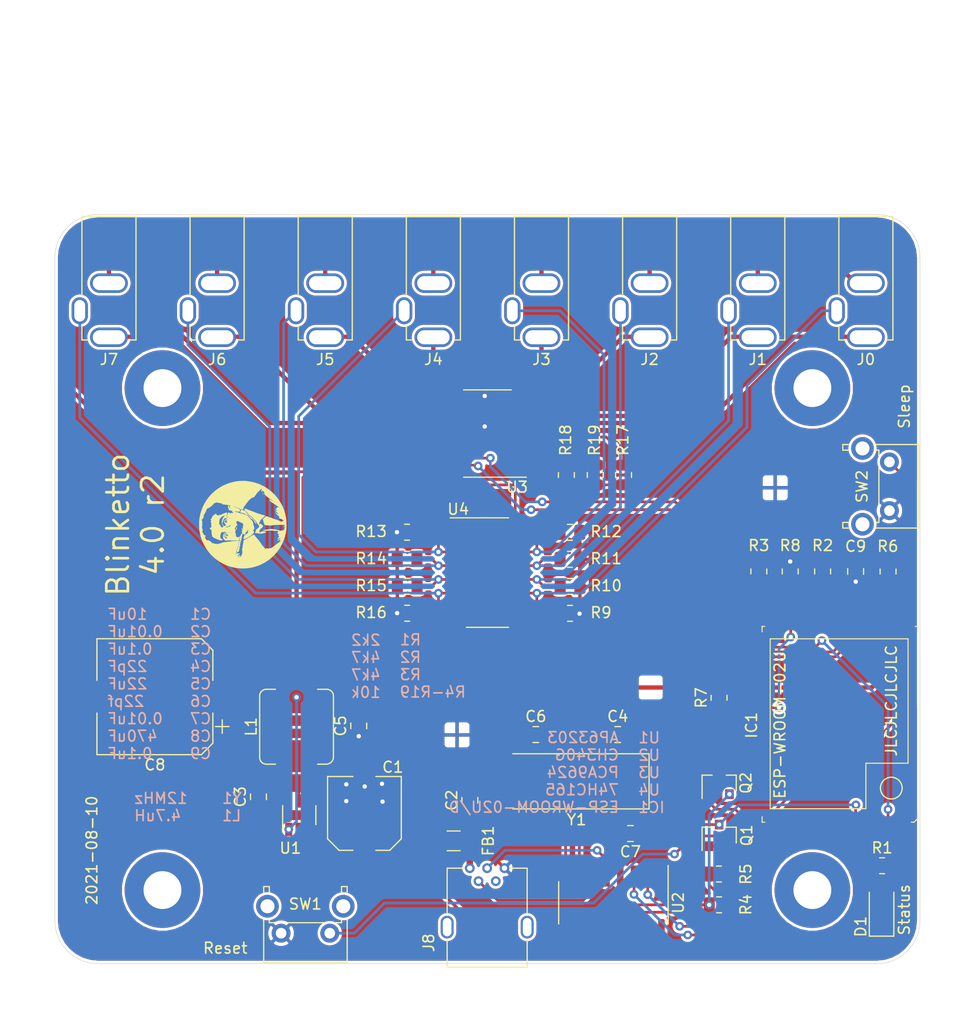
<source format=kicad_pcb>
(kicad_pcb (version 20171130) (host pcbnew "(5.1.10)-1")
  (layers (0 F.Cu signal) (31 B.Cu signal) (34 B.Paste user) (35 F.Paste user) (36 B.SilkS user) (37 F.SilkS user) (38 B.Mask user) (39 F.Mask user) (44 Edge.Cuts user))
  (net 0 "")
  (net 1 +3V3)
  (net 2 +5V)
  (net 3 /DTR)
  (net 4 /RST)
  (net 5 /RXD)
  (net 6 /TXD)
  (net 7 /IO0)
  (net 8 /USBD-)
  (net 9 /USBD+)
  (net 10 /I2C_SDA)
  (net 11 /I2C_CLK)
  (net 12 /RTS)
  (net 13 "Net-(Q1-Pad1)")
  (net 14 "Net-(Q2-Pad1)")
  (net 15 /DETECT_0)
  (net 16 /DETECT_1)
  (net 17 /DETECT_2)
  (net 18 /DETECT_3)
  (net 19 /DETECT_4)
  (net 20 /DETECT_5)
  (net 21 /DETECT_6)
  (net 22 /DETECT_7)
  (net 23 "Net-(IC1-Pad2)")
  (net 24 /LATCH_CLK)
  (net 25 /LATCH_TRIG)
  (net 26 "Net-(IC1-Pad6)")
  (net 27 /LATCH_DATA)
  (net 28 /LED0)
  (net 29 /LED1)
  (net 30 /LED2)
  (net 31 /LED3)
  (net 32 /LED4)
  (net 33 /LED5)
  (net 34 /LED6)
  (net 35 /LED7)
  (net 36 /STATUS)
  (net 37 /SLP_WAKE)
  (net 38 "Net-(C3-Pad2)")
  (net 39 "Net-(C4-Pad2)")
  (net 40 GNDREF)
  (net 41 "Net-(C2-Pad1)")
  (net 42 "Net-(C3-Pad1)")
  (net 43 "Net-(C6-Pad2)")
  (net 44 "Net-(C7-Pad2)")
  (net 45 "Net-(D1-Pad2)")
  (net 46 "Net-(R17-Pad2)")
  (net 47 "Net-(R18-Pad1)")
  (net 48 "Net-(R19-Pad1)")
  (module xrstf:Bourns_SRR0604_7.3x6.6mm (layer F.Cu) (at 130.35 102.7 90)
    (fp_text reference L1 (at 0 -4.2 90) (layer F.SilkS))
    (fp_text value 4.7uH)
    (pad 2 smd rect (at 2.725 0 90) (size 2.95 3.5) (layers F.Cu F.Paste F.Mask) (net 1 +3V3))
    (pad 1 smd rect (at -2.725 0 90) (size 2.95 3.5) (layers F.Cu F.Paste F.Mask) (net 38 "Net-(C3-Pad2)"))
  )
  (module xrstf:USB_BWM_MIniUSB_THT_reichelt (layer F.Cu) (at 144.275 124.925 90)
    (fp_text reference J8 (at 2.25 -1.7 90) (layer F.SilkS))
    (fp_text value USB_B_Mini)
    (pad SH1 thru_hole oval (at 3.7 7.4 90) (size 2.1 1.2) (drill oval 1.7 0.8) (layers *.Cu *.Mask))
    (pad 2 thru_hole circle (at 7.95 2.9 90) (size 0.9 0.9) (drill 0.5) (layers *.Cu *.Mask) (net 8 /USBD-))
    (pad 4 thru_hole circle (at 7.95 4.5 90) (size 0.9 0.9) (drill 0.5) (layers *.Cu *.Mask))
    (pad 5 thru_hole circle (at 9.15 5.3 90) (size 0.9 0.9) (drill 0.5) (layers *.Cu *.Mask) (net 40 GNDREF))
    (pad 3 thru_hole circle (at 9.15 3.7 90) (size 0.9 0.9) (drill 0.5) (layers *.Cu *.Mask) (net 9 /USBD+))
    (pad 1 thru_hole circle (at 9.15 2.094 90) (size 0.9 0.9) (drill 0.5) (layers *.Cu *.Mask) (net 41 "Net-(C2-Pad1)"))
    (pad SH1 thru_hole oval (at 3.7 0 90) (size 2.1 1.2) (drill oval 1.7 0.8) (layers *.Cu *.Mask))
  )
  (module xrstf:Lumberg_1613-26_BarrelJack (layer F.Cu) (at 113 56.55)
    (fp_text reference J7 (at 0 12.2) (layer F.SilkS))
    (fp_text value Barrel_Jack_Switch)
    (pad 1 thru_hole oval (at 0 10.15) (size 3.5 1.8) (drill oval 3 1.3) (layers *.Cu *.Mask) (net 35 /LED7))
    (pad 2 thru_hole oval (at 0 5.15) (size 3.5 1.8) (drill oval 3 1.3) (layers *.Cu *.Mask) (net 1 +3V3))
    (pad 3 thru_hole oval (at -2.7 7.7 90) (size 2.5 1.5) (drill oval 2 1) (layers *.Cu *.Mask) (net 22 /DETECT_7))
  )
  (module xrstf:Lumberg_1613-26_BarrelJack (layer F.Cu) (at 123 56.55)
    (fp_text reference J6 (at 0 12.2) (layer F.SilkS))
    (fp_text value Barrel_Jack_Switch)
    (pad 1 thru_hole oval (at 0 10.15) (size 3.5 1.8) (drill oval 3 1.3) (layers *.Cu *.Mask) (net 34 /LED6))
    (pad 2 thru_hole oval (at 0 5.15) (size 3.5 1.8) (drill oval 3 1.3) (layers *.Cu *.Mask) (net 1 +3V3))
    (pad 3 thru_hole oval (at -2.7 7.7 90) (size 2.5 1.5) (drill oval 2 1) (layers *.Cu *.Mask) (net 21 /DETECT_6))
  )
  (module xrstf:Lumberg_1613-26_BarrelJack (layer F.Cu) (at 133 56.55)
    (fp_text reference J5 (at 0 12.2) (layer F.SilkS))
    (fp_text value Barrel_Jack_Switch)
    (pad 1 thru_hole oval (at 0 10.15) (size 3.5 1.8) (drill oval 3 1.3) (layers *.Cu *.Mask) (net 33 /LED5))
    (pad 2 thru_hole oval (at 0 5.15) (size 3.5 1.8) (drill oval 3 1.3) (layers *.Cu *.Mask) (net 1 +3V3))
    (pad 3 thru_hole oval (at -2.7 7.7 90) (size 2.5 1.5) (drill oval 2 1) (layers *.Cu *.Mask) (net 20 /DETECT_5))
  )
  (module xrstf:Lumberg_1613-26_BarrelJack (layer F.Cu) (at 143 56.55)
    (fp_text reference J4 (at 0 12.2) (layer F.SilkS))
    (fp_text value Barrel_Jack_Switch)
    (pad 1 thru_hole oval (at 0 10.15) (size 3.5 1.8) (drill oval 3 1.3) (layers *.Cu *.Mask) (net 32 /LED4))
    (pad 2 thru_hole oval (at 0 5.15) (size 3.5 1.8) (drill oval 3 1.3) (layers *.Cu *.Mask) (net 1 +3V3))
    (pad 3 thru_hole oval (at -2.7 7.7 90) (size 2.5 1.5) (drill oval 2 1) (layers *.Cu *.Mask) (net 19 /DETECT_4))
  )
  (module xrstf:Lumberg_1613-26_BarrelJack (layer F.Cu) (at 153 56.55)
    (fp_text reference J3 (at 0 12.2) (layer F.SilkS))
    (fp_text value Barrel_Jack_Switch)
    (pad 1 thru_hole oval (at 0 10.15) (size 3.5 1.8) (drill oval 3 1.3) (layers *.Cu *.Mask) (net 31 /LED3))
    (pad 2 thru_hole oval (at 0 5.15) (size 3.5 1.8) (drill oval 3 1.3) (layers *.Cu *.Mask) (net 1 +3V3))
    (pad 3 thru_hole oval (at -2.7 7.7 90) (size 2.5 1.5) (drill oval 2 1) (layers *.Cu *.Mask) (net 18 /DETECT_3))
  )
  (module xrstf:Lumberg_1613-26_BarrelJack (layer F.Cu) (at 163 56.55)
    (fp_text reference J2 (at 0 12.2) (layer F.SilkS))
    (fp_text value Barrel_Jack_Switch)
    (pad 1 thru_hole oval (at 0 10.15) (size 3.5 1.8) (drill oval 3 1.3) (layers *.Cu *.Mask) (net 30 /LED2))
    (pad 2 thru_hole oval (at 0 5.15) (size 3.5 1.8) (drill oval 3 1.3) (layers *.Cu *.Mask) (net 1 +3V3))
    (pad 3 thru_hole oval (at -2.7 7.7 90) (size 2.5 1.5) (drill oval 2 1) (layers *.Cu *.Mask) (net 17 /DETECT_2))
  )
  (module xrstf:Lumberg_1613-26_BarrelJack (layer F.Cu) (at 173 56.55)
    (fp_text reference J1 (at 0 12.2) (layer F.SilkS))
    (fp_text value Barrel_Jack_Switch)
    (pad 1 thru_hole oval (at 0 10.15) (size 3.5 1.8) (drill oval 3 1.3) (layers *.Cu *.Mask) (net 29 /LED1))
    (pad 2 thru_hole oval (at 0 5.15) (size 3.5 1.8) (drill oval 3 1.3) (layers *.Cu *.Mask) (net 1 +3V3))
    (pad 3 thru_hole oval (at -2.7 7.7 90) (size 2.5 1.5) (drill oval 2 1) (layers *.Cu *.Mask) (net 16 /DETECT_1))
  )
  (module xrstf:Lumberg_1613-26_BarrelJack (layer F.Cu) (at 183 56.55)
    (fp_text reference J0 (at 0 12.2) (layer F.SilkS))
    (fp_text value Barrel_Jack_Switch)
    (pad 1 thru_hole oval (at 0 10.15) (size 3.5 1.8) (drill oval 3 1.3) (layers *.Cu *.Mask) (net 28 /LED0))
    (pad 2 thru_hole oval (at 0 5.15) (size 3.5 1.8) (drill oval 3 1.3) (layers *.Cu *.Mask) (net 1 +3V3))
    (pad 3 thru_hole oval (at -2.7 7.7 90) (size 2.5 1.5) (drill oval 2 1) (layers *.Cu *.Mask) (net 15 /DETECT_0))
  )
  (module xrstf:ESP-WROOM-02U (layer F.Cu) (at 180.55 101.875 270)
    (fp_text reference IC1 (at 0.695 8.13 90) (layer F.SilkS))
    (fp_text value ESP-WROOM-02U__4MB_)
    (fp_text user ESP-WROOM-02U (at 0.65 5.5 90) (layer F.SilkS))
    (pad 19 smd rect (at 0.95 1.8 270) (size 4 4) (layers F.Cu F.Paste F.Mask) (net 40 GNDREF))
    (pad 1 smd rect (at -8.9 -6 270) (size 1.5 0.9) (layers F.Cu F.Paste F.Mask) (net 1 +3V3))
    (pad 2 smd rect (at -8.9 -4.5 270) (size 1.5 0.9) (layers F.Cu F.Paste F.Mask) (net 23 "Net-(IC1-Pad2)"))
    (pad 3 smd rect (at -8.9 -3 270) (size 1.5 0.9) (layers F.Cu F.Paste F.Mask) (net 11 /I2C_CLK))
    (pad 4 smd rect (at -8.9 -1.5 270) (size 1.5 0.9) (layers F.Cu F.Paste F.Mask) (net 24 /LATCH_CLK))
    (pad 5 smd rect (at -8.9 0 270) (size 1.5 0.9) (layers F.Cu F.Paste F.Mask) (net 25 /LATCH_TRIG))
    (pad 6 smd rect (at -8.9 1.5 270) (size 1.5 0.9) (layers F.Cu F.Paste F.Mask) (net 26 "Net-(IC1-Pad6)"))
    (pad 7 smd rect (at -8.9 3 270) (size 1.5 0.9) (layers F.Cu F.Paste F.Mask) (net 10 /I2C_SDA))
    (pad 8 smd rect (at -8.9 4.5 270) (size 1.5 0.9) (layers F.Cu F.Paste F.Mask) (net 7 /IO0))
    (pad 9 smd rect (at -8.9 6 270) (size 1.5 0.9) (layers F.Cu F.Paste F.Mask) (net 40 GNDREF))
    (pad 18 smd rect (at 10.1 -6 270) (size 1.5 0.9) (layers F.Cu F.Paste F.Mask) (net 40 GNDREF))
    (pad 17 smd rect (at 10.1 -4.5 270) (size 1.5 0.9) (layers F.Cu F.Paste F.Mask) (net 27 /LATCH_DATA))
    (pad 16 smd rect (at 10.1 -3 270) (size 1.5 0.9) (layers F.Cu F.Paste F.Mask))
    (pad 15 smd rect (at 10.1 -1.5 270) (size 1.5 0.9) (layers F.Cu F.Paste F.Mask) (net 4 /RST))
    (pad 10 smd rect (at 10.1 6 270) (size 1.5 0.9) (layers F.Cu F.Paste F.Mask) (net 37 /SLP_WAKE))
    (pad 13 smd rect (at 10.1 1.5 270) (size 1.5 0.9) (layers F.Cu F.Paste F.Mask) (net 40 GNDREF))
    (pad 14 smd rect (at 10.1 0 270) (size 1.5 0.9) (layers F.Cu F.Paste F.Mask) (net 36 /STATUS))
    (pad 12 smd rect (at 10.1 3 270) (size 1.5 0.9) (layers F.Cu F.Paste F.Mask) (net 6 /TXD))
    (pad 11 smd rect (at 10.1 4.5 270) (size 1.5 0.9) (layers F.Cu F.Paste F.Mask) (net 5 /RXD))
  )
  (module xrstf:groucho (layer F.Cu) (at 125.37 84.026823 90)
    (fp_text reference G*** hide)
    (fp_text value LOGO hide)
  )
  (module Resistor_SMD:R_0805_2012Metric (layer F.Cu) (at 157.97 79.43 270)
    (fp_text reference R19 (at -3.22 0.0675 90) (layer F.SilkS))
    (fp_text value 10k)
    (pad 2 smd roundrect (at 0.9125 0 270) (size 1.025 1.4) (layers F.Cu F.Paste F.Mask) (roundrect_rratio 0.243902) (net 1 +3V3))
    (pad 1 smd roundrect (at -0.9125 0 270) (size 1.025 1.4) (layers F.Cu F.Paste F.Mask) (roundrect_rratio 0.243902) (net 48 "Net-(R19-Pad1)"))
  )
  (module Resistor_SMD:R_0805_2012Metric (layer F.Cu) (at 155.3 79.435 270)
    (fp_text reference R18 (at -3.225 0.0675 270) (layer F.SilkS))
    (fp_text value 10k)
    (pad 2 smd roundrect (at 0.9125 0 270) (size 1.025 1.4) (layers F.Cu F.Paste F.Mask) (roundrect_rratio 0.243902) (net 1 +3V3))
    (pad 1 smd roundrect (at -0.9125 0 270) (size 1.025 1.4) (layers F.Cu F.Paste F.Mask) (roundrect_rratio 0.243902) (net 47 "Net-(R18-Pad1)"))
  )
  (module Resistor_SMD:R_0805_2012Metric (layer F.Cu) (at 160.59 79.43 90)
    (fp_text reference R17 (at 3.22 -0.0675 90) (layer F.SilkS))
    (fp_text value 10k)
    (pad 2 smd roundrect (at 0.9125 0 90) (size 1.025 1.4) (layers F.Cu F.Paste F.Mask) (roundrect_rratio 0.243902) (net 46 "Net-(R17-Pad2)"))
    (pad 1 smd roundrect (at -0.9125 0 90) (size 1.025 1.4) (layers F.Cu F.Paste F.Mask) (roundrect_rratio 0.243902) (net 1 +3V3))
  )
  (module Resistor_SMD:R_0805_2012Metric (layer F.Cu) (at 140.58 92.21)
    (fp_text reference R16 (at -3.33 -0.0675) (layer F.SilkS))
    (fp_text value 10k)
    (pad 2 smd roundrect (at 0.9125 0) (size 1.025 1.4) (layers F.Cu F.Paste F.Mask) (roundrect_rratio 0.243902) (net 22 /DETECT_7))
    (pad 1 smd roundrect (at -0.9125 0) (size 1.025 1.4) (layers F.Cu F.Paste F.Mask) (roundrect_rratio 0.243902) (net 40 GNDREF))
  )
  (module Resistor_SMD:R_0805_2012Metric (layer F.Cu) (at 140.58 89.72)
    (fp_text reference R15 (at -3.33 -0.0675) (layer F.SilkS))
    (fp_text value 10k)
    (pad 2 smd roundrect (at 0.9125 0) (size 1.025 1.4) (layers F.Cu F.Paste F.Mask) (roundrect_rratio 0.243902) (net 21 /DETECT_6))
    (pad 1 smd roundrect (at -0.9125 0) (size 1.025 1.4) (layers F.Cu F.Paste F.Mask) (roundrect_rratio 0.243902) (net 40 GNDREF))
  )
  (module Resistor_SMD:R_0805_2012Metric (layer F.Cu) (at 140.5675 87.22)
    (fp_text reference R14 (at -3.3175 -0.0675) (layer F.SilkS))
    (fp_text value 10k)
    (pad 2 smd roundrect (at 0.9125 0) (size 1.025 1.4) (layers F.Cu F.Paste F.Mask) (roundrect_rratio 0.243902) (net 20 /DETECT_5))
    (pad 1 smd roundrect (at -0.9125 0) (size 1.025 1.4) (layers F.Cu F.Paste F.Mask) (roundrect_rratio 0.243902) (net 40 GNDREF))
  )
  (module Resistor_SMD:R_0805_2012Metric (layer F.Cu) (at 140.5675 84.72 180)
    (fp_text reference R13 (at 3.3175 0.0675) (layer F.SilkS))
    (fp_text value 10k)
    (pad 2 smd roundrect (at 0.9125 0 180) (size 1.025 1.4) (layers F.Cu F.Paste F.Mask) (roundrect_rratio 0.243902) (net 40 GNDREF))
    (pad 1 smd roundrect (at -0.9125 0 180) (size 1.025 1.4) (layers F.Cu F.Paste F.Mask) (roundrect_rratio 0.243902) (net 19 /DETECT_4))
  )
  (module Resistor_SMD:R_0805_2012Metric (layer F.Cu) (at 155.63 84.73 180)
    (fp_text reference R12 (at -3.35 0.0675) (layer F.SilkS))
    (fp_text value 10k)
    (pad 2 smd roundrect (at 0.9125 0 180) (size 1.025 1.4) (layers F.Cu F.Paste F.Mask) (roundrect_rratio 0.243902) (net 18 /DETECT_3))
    (pad 1 smd roundrect (at -0.9125 0 180) (size 1.025 1.4) (layers F.Cu F.Paste F.Mask) (roundrect_rratio 0.243902) (net 40 GNDREF))
  )
  (module Resistor_SMD:R_0805_2012Metric (layer F.Cu) (at 155.63 87.23 180)
    (fp_text reference R11 (at -3.35 0.0675) (layer F.SilkS))
    (fp_text value 10k)
    (pad 2 smd roundrect (at 0.9125 0 180) (size 1.025 1.4) (layers F.Cu F.Paste F.Mask) (roundrect_rratio 0.243902) (net 17 /DETECT_2))
    (pad 1 smd roundrect (at -0.9125 0 180) (size 1.025 1.4) (layers F.Cu F.Paste F.Mask) (roundrect_rratio 0.243902) (net 40 GNDREF))
  )
  (module Resistor_SMD:R_0805_2012Metric (layer F.Cu) (at 155.64 89.73 180)
    (fp_text reference R10 (at -3.34 0.0675) (layer F.SilkS))
    (fp_text value 10k)
    (pad 2 smd roundrect (at 0.9125 0 180) (size 1.025 1.4) (layers F.Cu F.Paste F.Mask) (roundrect_rratio 0.243902) (net 16 /DETECT_1))
    (pad 1 smd roundrect (at -0.9125 0 180) (size 1.025 1.4) (layers F.Cu F.Paste F.Mask) (roundrect_rratio 0.243902) (net 40 GNDREF))
  )
  (module Resistor_SMD:R_0805_2012Metric (layer F.Cu) (at 155.64 92.22)
    (fp_text reference R9 (at 2.863809 -0.0675) (layer F.SilkS))
    (fp_text value 10k)
    (pad 2 smd roundrect (at 0.9125 0) (size 1.025 1.4) (layers F.Cu F.Paste F.Mask) (roundrect_rratio 0.243902) (net 40 GNDREF))
    (pad 1 smd roundrect (at -0.9125 0) (size 1.025 1.4) (layers F.Cu F.Paste F.Mask) (roundrect_rratio 0.243902) (net 15 /DETECT_0))
  )
  (module Resistor_SMD:R_0805_2012Metric (layer F.Cu) (at 176 88.35 90)
    (fp_text reference R8 (at 2.4 0 180) (layer F.SilkS))
    (fp_text value 10k)
    (pad 2 smd roundrect (at 0.9125 0 90) (size 1.025 1.4) (layers F.Cu F.Paste F.Mask) (roundrect_rratio 0.243902) (net 40 GNDREF))
    (pad 1 smd roundrect (at -0.9125 0 90) (size 1.025 1.4) (layers F.Cu F.Paste F.Mask) (roundrect_rratio 0.243902) (net 26 "Net-(IC1-Pad6)"))
  )
  (module Resistor_SMD:R_0805_2012Metric (layer F.Cu) (at 169.42 100.025 90)
    (fp_text reference R7 (at 0 -1.65 90) (layer F.SilkS))
    (fp_text value 10k)
    (pad 2 smd roundrect (at 0.9125 0 90) (size 1.025 1.4) (layers F.Cu F.Paste F.Mask) (roundrect_rratio 0.243902) (net 1 +3V3))
    (pad 1 smd roundrect (at -0.9125 0 90) (size 1.025 1.4) (layers F.Cu F.Paste F.Mask) (roundrect_rratio 0.243902) (net 7 /IO0))
  )
  (module Resistor_SMD:R_0805_2012Metric (layer F.Cu) (at 185.05 88.35 90)
    (fp_text reference R6 (at 2.325 -0.025 180) (layer F.SilkS))
    (fp_text value 10k)
    (pad 2 smd roundrect (at 0.9125 0 90) (size 1.025 1.4) (layers F.Cu F.Paste F.Mask) (roundrect_rratio 0.243902) (net 1 +3V3))
    (pad 1 smd roundrect (at -0.9125 0 90) (size 1.025 1.4) (layers F.Cu F.Paste F.Mask) (roundrect_rratio 0.243902) (net 23 "Net-(IC1-Pad2)"))
  )
  (module Resistor_SMD:R_0805_2012Metric (layer F.Cu) (at 169.41 116.315 180)
    (fp_text reference R5 (at -2.49 -0.01 90) (layer F.SilkS))
    (fp_text value 10k)
    (pad 2 smd roundrect (at 0.9125 0 180) (size 1.025 1.4) (layers F.Cu F.Paste F.Mask) (roundrect_rratio 0.243902) (net 12 /RTS))
    (pad 1 smd roundrect (at -0.9125 0 180) (size 1.025 1.4) (layers F.Cu F.Paste F.Mask) (roundrect_rratio 0.243902) (net 14 "Net-(Q2-Pad1)"))
  )
  (module Resistor_SMD:R_0805_2012Metric (layer F.Cu) (at 169.42 119.165 180)
    (fp_text reference R4 (at -2.48 0.015 90) (layer F.SilkS))
    (fp_text value 10k)
    (pad 2 smd roundrect (at 0.9125 0 180) (size 1.025 1.4) (layers F.Cu F.Paste F.Mask) (roundrect_rratio 0.243902) (net 3 /DTR))
    (pad 1 smd roundrect (at -0.9125 0 180) (size 1.025 1.4) (layers F.Cu F.Paste F.Mask) (roundrect_rratio 0.243902) (net 13 "Net-(Q1-Pad1)"))
  )
  (module Resistor_SMD:R_0805_2012Metric (layer F.Cu) (at 173.1 88.35 90)
    (fp_text reference R3 (at 2.4 0 180) (layer F.SilkS))
    (fp_text value 4k7)
    (pad 2 smd roundrect (at 0.9125 0 90) (size 1.025 1.4) (layers F.Cu F.Paste F.Mask) (roundrect_rratio 0.243902) (net 1 +3V3))
    (pad 1 smd roundrect (at -0.9125 0 90) (size 1.025 1.4) (layers F.Cu F.Paste F.Mask) (roundrect_rratio 0.243902) (net 10 /I2C_SDA))
  )
  (module Resistor_SMD:R_0805_2012Metric (layer F.Cu) (at 179 88.35 90)
    (fp_text reference R2 (at 2.4 0 180) (layer F.SilkS))
    (fp_text value 4k7)
    (pad 2 smd roundrect (at 0.9125 0 90) (size 1.025 1.4) (layers F.Cu F.Paste F.Mask) (roundrect_rratio 0.243902) (net 1 +3V3))
    (pad 1 smd roundrect (at -0.9125 0 90) (size 1.025 1.4) (layers F.Cu F.Paste F.Mask) (roundrect_rratio 0.243902) (net 11 /I2C_CLK))
  )
  (module Resistor_SMD:R_0805_2012Metric (layer F.Cu) (at 184.5 115.55)
    (fp_text reference R1 (at 0 -1.65) (layer F.SilkS))
    (fp_text value 2k2)
    (pad 2 smd roundrect (at 0.9125 0) (size 1.025 1.4) (layers F.Cu F.Paste F.Mask) (roundrect_rratio 0.243902) (net 45 "Net-(D1-Pad2)"))
    (pad 1 smd roundrect (at -0.9125 0) (size 1.025 1.4) (layers F.Cu F.Paste F.Mask) (roundrect_rratio 0.243902) (net 36 /STATUS))
  )
  (module Capacitor_SMD:C_0805_2012Metric (layer F.Cu) (at 182.05 88.35 270)
    (fp_text reference C9 (at -2.325 0 180) (layer F.SilkS))
    (fp_text value 100nF)
    (pad 2 smd roundrect (at 0.95 0 270) (size 1 1.45) (layers F.Cu F.Paste F.Mask) (net 40 GNDREF))
    (pad 1 smd roundrect (at -0.95 0 270) (size 1 1.45) (layers F.Cu F.Paste F.Mask) (net 1 +3V3))
  )
  (module Capacitor_SMD:C_0805_2012Metric (layer F.Cu) (at 161.225 112.575 180)
    (fp_text reference C7 (at 0 -1.68) (layer F.SilkS))
    (fp_text value 10nF)
    (pad 2 smd roundrect (at 0.95 0 180) (size 1 1.45) (layers F.Cu F.Paste F.Mask) (net 44 "Net-(C7-Pad2)"))
    (pad 1 smd roundrect (at -0.95 0 180) (size 1 1.45) (layers F.Cu F.Paste F.Mask) (net 40 GNDREF))
  )
  (module Capacitor_SMD:C_0805_2012Metric (layer F.Cu) (at 152.475 103.425 180)
    (fp_text reference C6 (at 0 1.675) (layer F.SilkS))
    (fp_text value 22pF)
    (pad 2 smd roundrect (at 0.95 0 180) (size 1 1.45) (layers F.Cu F.Paste F.Mask) (net 43 "Net-(C6-Pad2)"))
    (pad 1 smd roundrect (at -0.95 0 180) (size 1 1.45) (layers F.Cu F.Paste F.Mask) (net 40 GNDREF))
  )
  (module Capacitor_SMD:C_0805_2012Metric (layer F.Cu) (at 136.1 102.625 90)
    (fp_text reference C5 (at 0 -1.68 90) (layer F.SilkS))
    (fp_text value 22uF)
    (pad 2 smd roundrect (at 0.95 0 90) (size 1 1.45) (layers F.Cu F.Paste F.Mask) (net 1 +3V3))
    (pad 1 smd roundrect (at -0.95 0 90) (size 1 1.45) (layers F.Cu F.Paste F.Mask) (net 40 GNDREF))
  )
  (module Capacitor_SMD:C_0805_2012Metric (layer F.Cu) (at 160.05 103.425)
    (fp_text reference C4 (at 0 -1.68) (layer F.SilkS))
    (fp_text value 22pF)
    (pad 2 smd roundrect (at 0.95 0) (size 1 1.45) (layers F.Cu F.Paste F.Mask) (net 39 "Net-(C4-Pad2)"))
    (pad 1 smd roundrect (at -0.95 0) (size 1 1.45) (layers F.Cu F.Paste F.Mask) (net 40 GNDREF))
  )
  (module Capacitor_SMD:C_0805_2012Metric (layer F.Cu) (at 126.825 109.175 90)
    (fp_text reference C3 (at 0 -1.68 90) (layer F.SilkS))
    (fp_text value 100nF)
    (pad 2 smd roundrect (at 0.95 0 90) (size 1 1.45) (layers F.Cu F.Paste F.Mask) (net 38 "Net-(C3-Pad2)"))
    (pad 1 smd roundrect (at -0.95 0 90) (size 1 1.45) (layers F.Cu F.Paste F.Mask) (net 42 "Net-(C3-Pad1)"))
  )
  (module Capacitor_SMD:C_0805_2012Metric (layer F.Cu) (at 146.375 109.5 90)
    (fp_text reference C2 (at 0 -1.68 90) (layer F.SilkS))
    (fp_text value 10nF)
    (pad 2 smd roundrect (at 0.95 0 90) (size 1 1.45) (layers F.Cu F.Paste F.Mask) (net 40 GNDREF))
    (pad 1 smd roundrect (at -0.95 0 90) (size 1 1.45) (layers F.Cu F.Paste F.Mask) (net 41 "Net-(C2-Pad1)"))
  )
  (module Crystal:Crystal_SMD_HC49-SD (layer F.Cu) (at 156.25 107.75 180)
    (fp_text reference Y1 (at 0 -3.55) (layer F.SilkS))
    (fp_text value "Crystal 12MHz")
    (pad 2 smd rect (at 4.25 0 180) (size 4.5 2) (layers F.Cu F.Paste F.Mask) (net 43 "Net-(C6-Pad2)"))
    (pad 1 smd rect (at -4.25 0 180) (size 4.5 2) (layers F.Cu F.Paste F.Mask) (net 39 "Net-(C4-Pad2)"))
  )
  (module Package_SO:SOIC-16_3.9x9.9mm_P1.27mm (layer F.Cu) (at 159.65 118.975 270)
    (fp_text reference U2 (at 0 -6 90) (layer F.SilkS))
    (fp_text value CH340G)
    (pad 16 smd roundrect (at 2.475 -4.445 270) (size 1.95 0.6) (layers F.Cu F.Paste F.Mask) (net 2 +5V))
    (pad 15 smd roundrect (at 2.475 -3.175 270) (size 1.95 0.6) (layers F.Cu F.Paste F.Mask))
    (pad 14 smd roundrect (at 2.475 -1.905 270) (size 1.95 0.6) (layers F.Cu F.Paste F.Mask) (net 12 /RTS))
    (pad 13 smd roundrect (at 2.475 -0.635 270) (size 1.95 0.6) (layers F.Cu F.Paste F.Mask) (net 3 /DTR))
    (pad 12 smd roundrect (at 2.475 0.635 270) (size 1.95 0.6) (layers F.Cu F.Paste F.Mask))
    (pad 11 smd roundrect (at 2.475 1.905 270) (size 1.95 0.6) (layers F.Cu F.Paste F.Mask))
    (pad 10 smd roundrect (at 2.475 3.175 270) (size 1.95 0.6) (layers F.Cu F.Paste F.Mask))
    (pad 9 smd roundrect (at 2.475 4.445 270) (size 1.95 0.6) (layers F.Cu F.Paste F.Mask))
    (pad 8 smd roundrect (at -2.475 4.445 270) (size 1.95 0.6) (layers F.Cu F.Paste F.Mask) (net 43 "Net-(C6-Pad2)"))
    (pad 7 smd roundrect (at -2.475 3.175 270) (size 1.95 0.6) (layers F.Cu F.Paste F.Mask) (net 39 "Net-(C4-Pad2)"))
    (pad 6 smd roundrect (at -2.475 1.905 270) (size 1.95 0.6) (layers F.Cu F.Paste F.Mask) (net 8 /USBD-))
    (pad 5 smd roundrect (at -2.475 0.635 270) (size 1.95 0.6) (layers F.Cu F.Paste F.Mask) (net 9 /USBD+))
    (pad 4 smd roundrect (at -2.475 -0.635 270) (size 1.95 0.6) (layers F.Cu F.Paste F.Mask) (net 44 "Net-(C7-Pad2)"))
    (pad 3 smd roundrect (at -2.475 -1.905 270) (size 1.95 0.6) (layers F.Cu F.Paste F.Mask) (net 6 /TXD))
    (pad 2 smd roundrect (at -2.475 -3.175 270) (size 1.95 0.6) (layers F.Cu F.Paste F.Mask) (net 5 /RXD))
    (pad 1 smd roundrect (at -2.475 -4.445 270) (size 1.95 0.6) (layers F.Cu F.Paste F.Mask) (net 40 GNDREF))
  )
  (module Package_SO:TSSOP-24_4.4x7.8mm_P0.65mm (layer F.Cu) (at 148 75.6 180)
    (fp_text reference U3 (at -2.75 -4.95) (layer F.SilkS))
    (fp_text value PCA9624_TSSOP)
    (pad 24 smd roundrect (at 2.8625 -3.575 180) (size 1.475 0.4) (layers F.Cu F.Paste F.Mask) (net 1 +3V3))
    (pad 23 smd roundrect (at 2.8625 -2.925 180) (size 1.475 0.4) (layers F.Cu F.Paste F.Mask) (net 10 /I2C_SDA))
    (pad 22 smd roundrect (at 2.8625 -2.275 180) (size 1.475 0.4) (layers F.Cu F.Paste F.Mask) (net 11 /I2C_CLK))
    (pad 21 smd roundrect (at 2.8625 -1.625 180) (size 1.475 0.4) (layers F.Cu F.Paste F.Mask) (net 40 GNDREF))
    (pad 20 smd roundrect (at 2.8625 -0.975 180) (size 1.475 0.4) (layers F.Cu F.Paste F.Mask) (net 40 GNDREF))
    (pad 19 smd roundrect (at 2.8625 -0.325 180) (size 1.475 0.4) (layers F.Cu F.Paste F.Mask) (net 40 GNDREF))
    (pad 18 smd roundrect (at 2.8625 0.325 180) (size 1.475 0.4) (layers F.Cu F.Paste F.Mask) (net 40 GNDREF))
    (pad 17 smd roundrect (at 2.8625 0.975 180) (size 1.475 0.4) (layers F.Cu F.Paste F.Mask) (net 35 /LED7))
    (pad 16 smd roundrect (at 2.8625 1.625 180) (size 1.475 0.4) (layers F.Cu F.Paste F.Mask) (net 34 /LED6))
    (pad 15 smd roundrect (at 2.8625 2.275 180) (size 1.475 0.4) (layers F.Cu F.Paste F.Mask) (net 33 /LED5))
    (pad 14 smd roundrect (at 2.8625 2.925 180) (size 1.475 0.4) (layers F.Cu F.Paste F.Mask) (net 32 /LED4))
    (pad 13 smd roundrect (at 2.8625 3.575 180) (size 1.475 0.4) (layers F.Cu F.Paste F.Mask) (net 40 GNDREF))
    (pad 12 smd roundrect (at -2.8625 3.575 180) (size 1.475 0.4) (layers F.Cu F.Paste F.Mask) (net 40 GNDREF))
    (pad 11 smd roundrect (at -2.8625 2.925 180) (size 1.475 0.4) (layers F.Cu F.Paste F.Mask) (net 31 /LED3))
    (pad 10 smd roundrect (at -2.8625 2.275 180) (size 1.475 0.4) (layers F.Cu F.Paste F.Mask) (net 30 /LED2))
    (pad 9 smd roundrect (at -2.8625 1.625 180) (size 1.475 0.4) (layers F.Cu F.Paste F.Mask) (net 29 /LED1))
    (pad 8 smd roundrect (at -2.8625 0.975 180) (size 1.475 0.4) (layers F.Cu F.Paste F.Mask) (net 28 /LED0))
    (pad 7 smd roundrect (at -2.8625 0.325 180) (size 1.475 0.4) (layers F.Cu F.Paste F.Mask) (net 40 GNDREF))
    (pad 6 smd roundrect (at -2.8625 -0.325 180) (size 1.475 0.4) (layers F.Cu F.Paste F.Mask) (net 46 "Net-(R17-Pad2)"))
    (pad 5 smd roundrect (at -2.8625 -0.975 180) (size 1.475 0.4) (layers F.Cu F.Paste F.Mask) (net 40 GNDREF))
    (pad 4 smd roundrect (at -2.8625 -1.625 180) (size 1.475 0.4) (layers F.Cu F.Paste F.Mask) (net 48 "Net-(R19-Pad1)"))
    (pad 3 smd roundrect (at -2.8625 -2.275 180) (size 1.475 0.4) (layers F.Cu F.Paste F.Mask) (net 40 GNDREF))
    (pad 2 smd roundrect (at -2.8625 -2.925 180) (size 1.475 0.4) (layers F.Cu F.Paste F.Mask) (net 47 "Net-(R18-Pad1)"))
    (pad 1 smd roundrect (at -2.8625 -3.575 180) (size 1.475 0.4) (layers F.Cu F.Paste F.Mask) (net 40 GNDREF))
  )
  (module MountingHole:MountingHole_3.5mm_Pad (layer F.Cu) (at 178.05 71.4)
    (fp_text reference REF** hide)
    (fp_text value MountingHole_3.5mm_Pad hide)
    (pad 1 thru_hole circle (at 0 0) (size 7 7) (drill 3.5) (layers *.Cu *.Mask))
  )
  (module MountingHole:MountingHole_3.5mm_Pad (layer F.Cu) (at 178.05 117.8)
    (fp_text reference REF** hide)
    (fp_text value MountingHole_3.5mm_Pad hide)
    (pad 1 thru_hole circle (at 0 0) (size 7 7) (drill 3.5) (layers *.Cu *.Mask))
  )
  (module MountingHole:MountingHole_3.5mm_Pad (layer F.Cu) (at 117.95 117.8)
    (fp_text reference REF** hide)
    (fp_text value MountingHole_3.5mm_Pad hide)
    (pad 1 thru_hole circle (at 0 0) (size 7 7) (drill 3.5) (layers *.Cu *.Mask))
  )
  (module MountingHole:MountingHole_3.5mm_Pad (layer F.Cu) (at 117.95 71.4)
    (fp_text reference REF** hide)
    (fp_text value MountingHole_3.5mm_Pad hide)
    (pad 1 thru_hole circle (at 0 0) (size 7 7) (drill 3.5) (layers *.Cu *.Mask))
  )
  (module Button_Switch_THT:SW_Tactile_SPST_Angled_PTS645Vx83-2LFS (layer F.Cu) (at 133.42 121.785 180)
    (fp_text reference SW1 (at 2.26 2.695) (layer F.SilkS))
    (fp_text value SW_SPST)
    (pad "" thru_hole circle (at -1.25 2.49 180) (size 2.1 2.1) (drill 1.3) (layers *.Cu *.Mask))
    (pad 1 thru_hole circle (at 0 0 180) (size 1.75 1.75) (drill 0.99) (layers *.Cu *.Mask) (net 4 /RST))
    (pad 2 thru_hole circle (at 4.5 0 180) (size 1.75 1.75) (drill 0.99) (layers *.Cu *.Mask) (net 40 GNDREF))
    (pad "" thru_hole circle (at 5.76 2.49 180) (size 2.1 2.1) (drill 1.3) (layers *.Cu *.Mask))
  )
  (module Capacitor_SMD:CP_Elec_10x12.5 (layer F.Cu) (at 117.25 99.925 180)
    (fp_text reference C8 (at 0 -6.3) (layer F.SilkS))
    (fp_text value 470uF)
    (pad 2 smd roundrect (at 4.2 0 180) (size 4.4 2.5) (layers F.Cu F.Paste F.Mask) (roundrect_rratio 0.1) (net 40 GNDREF))
    (pad 1 smd roundrect (at -4.2 0 180) (size 4.4 2.5) (layers F.Cu F.Paste F.Mask) (roundrect_rratio 0.1) (net 1 +3V3))
  )
  (module Inductor_SMD:L_1206_3216Metric_Pad1.42x1.75mm_HandSolder (layer F.Cu) (at 144.875 113.25 180)
    (fp_text reference FB1 (at -3.2 0 270) (layer F.SilkS))
    (fp_text value Ferrite_Bead)
    (pad 2 smd roundrect (at 1.4875 0 180) (size 1.425 1.75) (layers F.Cu F.Paste F.Mask) (roundrect_rratio 0.175439) (net 2 +5V))
    (pad 1 smd roundrect (at -1.4875 0 180) (size 1.425 1.75) (layers F.Cu F.Paste F.Mask) (roundrect_rratio 0.175439) (net 41 "Net-(C2-Pad1)"))
  )
  (module LED_SMD:LED_1206_3216Metric_Pad1.42x1.75mm_HandSolder (layer F.Cu) (at 184.45 119.6 90)
    (fp_text reference D1 (at -1.575 -1.925 270) (layer F.SilkS))
    (fp_text value STATUS)
    (pad 2 smd roundrect (at 1.4875 0 90) (size 1.425 1.75) (layers F.Cu F.Paste F.Mask) (roundrect_rratio 0.175439) (net 45 "Net-(D1-Pad2)"))
    (pad 1 smd roundrect (at -1.4875 0 90) (size 1.425 1.75) (layers F.Cu F.Paste F.Mask) (roundrect_rratio 0.175439) (net 40 GNDREF))
  )
  (module Package_TO_SOT_SMD:SOT-23 (layer F.Cu) (at 169.43 112.745 90)
    (fp_text reference Q1 (at 0 2.55 270) (layer F.SilkS))
    (fp_text value Q_NPN_BEC)
    (pad 3 smd rect (at 1 0 90) (size 0.9 0.8) (layers F.Cu F.Paste F.Mask) (net 4 /RST))
    (pad 2 smd rect (at -1 0.95 90) (size 0.9 0.8) (layers F.Cu F.Paste F.Mask) (net 12 /RTS))
    (pad 1 smd rect (at -1 -0.95 90) (size 0.9 0.8) (layers F.Cu F.Paste F.Mask) (net 13 "Net-(Q1-Pad1)"))
  )
  (module Package_TO_SOT_SMD:SOT-23 (layer F.Cu) (at 169.43 107.935 90)
    (fp_text reference Q2 (at 0.035 2.47 90) (layer F.SilkS))
    (fp_text value Q_NPN_BEC)
    (pad 3 smd rect (at 1 0 90) (size 0.9 0.8) (layers F.Cu F.Paste F.Mask) (net 7 /IO0))
    (pad 2 smd rect (at -1 0.95 90) (size 0.9 0.8) (layers F.Cu F.Paste F.Mask) (net 3 /DTR))
    (pad 1 smd rect (at -1 -0.95 90) (size 0.9 0.8) (layers F.Cu F.Paste F.Mask) (net 14 "Net-(Q2-Pad1)"))
  )
  (module Package_SO:SO-16_3.9x9.9mm_P1.27mm (layer F.Cu) (at 148 88.45)
    (fp_text reference U4 (at -2.7 -5.85) (layer F.SilkS))
    (fp_text value 74HC165)
    (pad 16 smd roundrect (at 2.575 -4.445) (size 1.75 0.6) (layers F.Cu F.Paste F.Mask) (net 1 +3V3))
    (pad 15 smd roundrect (at 2.575 -3.175) (size 1.75 0.6) (layers F.Cu F.Paste F.Mask) (net 40 GNDREF))
    (pad 14 smd roundrect (at 2.575 -1.905) (size 1.75 0.6) (layers F.Cu F.Paste F.Mask) (net 18 /DETECT_3))
    (pad 13 smd roundrect (at 2.575 -0.635) (size 1.75 0.6) (layers F.Cu F.Paste F.Mask) (net 17 /DETECT_2))
    (pad 12 smd roundrect (at 2.575 0.635) (size 1.75 0.6) (layers F.Cu F.Paste F.Mask) (net 16 /DETECT_1))
    (pad 11 smd roundrect (at 2.575 1.905) (size 1.75 0.6) (layers F.Cu F.Paste F.Mask) (net 15 /DETECT_0))
    (pad 10 smd roundrect (at 2.575 3.175) (size 1.75 0.6) (layers F.Cu F.Paste F.Mask) (net 40 GNDREF))
    (pad 9 smd roundrect (at 2.575 4.445) (size 1.75 0.6) (layers F.Cu F.Paste F.Mask) (net 27 /LATCH_DATA))
    (pad 8 smd roundrect (at -2.575 4.445) (size 1.75 0.6) (layers F.Cu F.Paste F.Mask) (net 40 GNDREF))
    (pad 7 smd roundrect (at -2.575 3.175) (size 1.75 0.6) (layers F.Cu F.Paste F.Mask))
    (pad 6 smd roundrect (at -2.575 1.905) (size 1.75 0.6) (layers F.Cu F.Paste F.Mask) (net 22 /DETECT_7))
    (pad 5 smd roundrect (at -2.575 0.635) (size 1.75 0.6) (layers F.Cu F.Paste F.Mask) (net 21 /DETECT_6))
    (pad 4 smd roundrect (at -2.575 -0.635) (size 1.75 0.6) (layers F.Cu F.Paste F.Mask) (net 20 /DETECT_5))
    (pad 3 smd roundrect (at -2.575 -1.905) (size 1.75 0.6) (layers F.Cu F.Paste F.Mask) (net 19 /DETECT_4))
    (pad 2 smd roundrect (at -2.575 -3.175) (size 1.75 0.6) (layers F.Cu F.Paste F.Mask) (net 24 /LATCH_CLK))
    (pad 1 smd roundrect (at -2.575 -4.445) (size 1.75 0.6) (layers F.Cu F.Paste F.Mask) (net 25 /LATCH_TRIG))
  )
  (module Button_Switch_THT:SW_Tactile_SPST_Angled_PTS645Vx83-2LFS (layer F.Cu) (at 185.175 78.225 270)
    (fp_text reference SW2 (at 2.265 2.535 90) (layer F.SilkS))
    (fp_text value SW_SPST)
    (pad "" thru_hole circle (at -1.25 2.49 270) (size 2.1 2.1) (drill 1.3) (layers *.Cu *.Mask))
    (pad 1 thru_hole circle (at 0 0 270) (size 1.75 1.75) (drill 0.99) (layers *.Cu *.Mask) (net 37 /SLP_WAKE))
    (pad 2 thru_hole circle (at 4.5 0 270) (size 1.75 1.75) (drill 0.99) (layers *.Cu *.Mask) (net 40 GNDREF))
    (pad "" thru_hole circle (at 5.76 2.49 270) (size 2.1 2.1) (drill 1.3) (layers *.Cu *.Mask))
  )
  (module Capacitor_SMD:C_Elec_6.3x5.8 (layer F.Cu) (at 136.625 110.7125 90)
    (fp_text reference C1 (at 4.275 2.625 180) (layer F.SilkS))
    (fp_text value 10uF)
    (pad 2 smd roundrect (at 2.5375 0 90) (size 3.325 1.6) (layers F.Cu F.Paste F.Mask) (roundrect_rratio 0.15625) (net 40 GNDREF))
    (pad 1 smd roundrect (at -2.5375 0 90) (size 3.325 1.6) (layers F.Cu F.Paste F.Mask) (roundrect_rratio 0.15625) (net 2 +5V))
  )
  (module Package_TO_SOT_SMD:TSOT-23-6 (layer F.Cu) (at 130.575 110.875 90)
    (fp_text reference U1 (at -3.05 -0.8 180) (layer F.SilkS))
    (fp_text value AP63203)
    (pad 6 smd rect (at 1.31 -0.95 90) (size 1.22 0.65) (layers F.Cu F.Paste F.Mask) (net 42 "Net-(C3-Pad1)"))
    (pad 5 smd rect (at 1.31 0 90) (size 1.22 0.65) (layers F.Cu F.Paste F.Mask) (net 38 "Net-(C3-Pad2)"))
    (pad 4 smd rect (at 1.31 0.95 90) (size 1.22 0.65) (layers F.Cu F.Paste F.Mask) (net 40 GNDREF))
    (pad 3 smd rect (at -1.31 0.95 90) (size 1.22 0.65) (layers F.Cu F.Paste F.Mask) (net 2 +5V))
    (pad 2 smd rect (at -1.31 0 90) (size 1.22 0.65) (layers F.Cu F.Paste F.Mask) (net 2 +5V))
    (pad 1 smd rect (at -1.31 -0.95 90) (size 1.22 0.65) (layers F.Cu F.Paste F.Mask) (net 1 +3V3))
  )
  (gr_text "AP63203\nCH340G\nPCA9624\n74HC165\nESP-WROOM-02U/D" (at 160.25 106.92) (layer B.SilkS) (effects (font (size 1 1)) (justify left mirror)))
  (gr_text "U1\nU2\nU3\nU4\nIC1" (at 161.86 106.94) (layer B.SilkS) (effects (font (size 1 1)) (justify right mirror)))
  (gr_text "12MHz\n4.7uH" (at 115.25 110.12) (layer B.SilkS) (effects (font (size 1 1)) (justify right mirror)))
  (gr_text "Y1\nL1" (at 123.36 110.12) (layer B.SilkS) (effects (font (size 1 1)) (justify right mirror)))
  (gr_text "2k2\n4k7\n4k7\n10k" (at 135.3 97.11) (layer B.SilkS) (effects (font (size 1 1)) (justify right mirror)))
  (gr_text "R1\nR2\nR3\nR4-R19" (at 139.8 97.08) (layer B.SilkS) (effects (font (size 1 1)) (justify right mirror)))
  (gr_text "10uF\n0.01uF\n0.1uF\n22pF\n22uF\n22pf\n0.01uF\n470uF\n0.1uF" (at 112.78 98.74) (layer B.SilkS) (effects (font (size 1 1)) (justify right mirror)))
  (gr_text "C1\nC2\nC3\nC4\nC5\nC6\nC7\nC8\nC9" (at 120.4 98.74) (layer B.SilkS) (effects (font (size 1 1)) (justify right mirror)))
  (gr_text Sleep (at 186.55 73.095 90) (layer F.SilkS) (effects (font (size 1 1))))
  (gr_text Reset (at 123.76 123.165) (layer F.SilkS) (effects (font (size 1 1))))
  (gr_text Status (at 186.55 119.6225 90) (layer F.SilkS) (effects (font (size 1 1))))
  (gr_text 2021-08-10 (at 111.42 114.125 90) (layer F.SilkS) (effects (font (size 1 1))))
  (gr_text "Blinketto\n4.0 r2" (at 115.45 84.025 90) (layer F.SilkS) (effects (font (size 2 2) (thickness 0.25))))
  (gr_text JLCJLCJLCJLC (at 185.35 100.3 90) (layer F.SilkS) (effects (font (size 1 1))))
  (gr_arc (start 184 59.35) (end 188 59.35) (angle -90) (layer Edge.Cuts) (width 0.05))
  (gr_arc (start 184 120.6) (end 184 124.6) (angle -90) (layer Edge.Cuts) (width 0.05))
  (gr_arc (start 112 120.6) (end 108 120.6) (angle -90) (layer Edge.Cuts) (width 0.05))
  (gr_arc (start 112 59.35) (end 112 55.35) (angle -90) (layer Edge.Cuts) (width 0.05))
  (gr_line (start 108 120.6) (end 108 59.35) (layer Edge.Cuts) (width 0.05))
  (gr_line (start 184 124.6) (end 112 124.6) (layer Edge.Cuts) (width 0.05))
  (gr_line (start 188 59.35) (end 188 120.6) (layer Edge.Cuts) (width 0.05))
  (gr_line (start 112 55.35) (end 184 55.35) (layer Edge.Cuts) (width 0.05))
  (via (at 130.35 99.975) (size 0.8) (drill 0.4) (layers F.Cu B.Cu) (net 1))
  (via (at 129.625 112.185) (size 0.8) (drill 0.4) (layers F.Cu B.Cu) (net 1))
  (segment (start 130.35 111.46) (end 129.625 112.185) (width 0.25) (layer B.Cu) (net 1))
  (segment (start 130.35 99.975) (end 130.35 111.46) (width 0.25) (layer B.Cu) (net 1))
  (segment (start 131.25 99.075) (end 130.35 99.975) (width 0.25) (layer F.Cu) (net 1))
  (segment (start 130.3 99.925) (end 130.35 99.975) (width 0.25) (layer F.Cu) (net 1))
  (segment (start 121.45 99.925) (end 130.3 99.925) (width 0.5) (layer F.Cu) (net 1))
  (segment (start 183.55 99.075) (end 156.7 99.075) (width 0.4) (layer F.Cu) (net 1))
  (segment (start 186.55 96.075) (end 183.55 99.075) (width 0.4) (layer F.Cu) (net 1))
  (segment (start 186.55 92.975) (end 186.55 96.075) (width 0.4) (layer F.Cu) (net 1))
  (segment (start 154.18 99.075) (end 131.25 99.075) (width 0.4) (layer F.Cu) (net 1))
  (segment (start 156.7 99.075) (end 154.18 99.075) (width 0.4) (layer F.Cu) (net 1))
  (segment (start 173 61.75) (end 173 59.55) (width 0.4) (layer F.Cu) (net 1))
  (segment (start 163 59.65) (end 163.1 59.55) (width 0.25) (layer F.Cu) (net 1))
  (segment (start 163 61.75) (end 163 59.65) (width 0.4) (layer F.Cu) (net 1))
  (segment (start 173 59.55) (end 163.1 59.55) (width 0.4) (layer F.Cu) (net 1))
  (segment (start 153 61.75) (end 153 59.55) (width 0.4) (layer F.Cu) (net 1))
  (segment (start 163.1 59.55) (end 153 59.55) (width 0.4) (layer F.Cu) (net 1))
  (segment (start 143 61.75) (end 143 59.55) (width 0.4) (layer F.Cu) (net 1))
  (segment (start 153 59.55) (end 143 59.55) (width 0.4) (layer F.Cu) (net 1))
  (segment (start 133 61.75) (end 133 59.55) (width 0.4) (layer F.Cu) (net 1))
  (segment (start 143 59.55) (end 133 59.55) (width 0.4) (layer F.Cu) (net 1))
  (segment (start 123 61.75) (end 123 59.55) (width 0.4) (layer F.Cu) (net 1))
  (segment (start 133 59.55) (end 123 59.55) (width 0.4) (layer F.Cu) (net 1))
  (segment (start 113 61.75) (end 113 59.55) (width 0.4) (layer F.Cu) (net 1))
  (segment (start 123 59.55) (end 113 59.55) (width 0.4) (layer F.Cu) (net 1))
  (segment (start 179.9 59.55) (end 173 59.55) (width 0.4) (layer F.Cu) (net 1))
  (segment (start 182.1 61.75) (end 179.9 59.55) (width 0.4) (layer F.Cu) (net 1))
  (segment (start 183 61.75) (end 182.1 61.75) (width 0.4) (layer F.Cu) (net 1))
  (segment (start 186.55 87.775) (end 186.55 92.975) (width 0.25) (layer F.Cu) (net 1))
  (segment (start 186.2125 87.4375) (end 186.55 87.775) (width 0.25) (layer F.Cu) (net 1))
  (segment (start 185.05 87.4375) (end 186.2125 87.4375) (width 0.25) (layer F.Cu) (net 1))
  (segment (start 145.1375 79.9675) (end 145.1375 79.175) (width 0.25) (layer F.Cu) (net 1))
  (segment (start 145.5175 80.3475) (end 145.1375 79.9675) (width 0.25) (layer F.Cu) (net 1))
  (segment (start 150.575 80.405) (end 150.6325 80.3475) (width 0.25) (layer F.Cu) (net 1))
  (segment (start 150.575 84.005) (end 150.575 80.405) (width 0.25) (layer F.Cu) (net 1))
  (segment (start 150.6325 80.3475) (end 145.5175 80.3475) (width 0.25) (layer F.Cu) (net 1))
  (segment (start 155.3 80.3475) (end 150.6325 80.3475) (width 0.25) (layer F.Cu) (net 1))
  (segment (start 157.965 80.3475) (end 157.97 80.3425) (width 0.25) (layer F.Cu) (net 1))
  (segment (start 155.3 80.3475) (end 157.965 80.3475) (width 0.25) (layer F.Cu) (net 1))
  (segment (start 157.97 80.3425) (end 160.59 80.3425) (width 0.25) (layer F.Cu) (net 1))
  (segment (start 182.0875 87.4375) (end 182.05 87.4) (width 0.25) (layer F.Cu) (net 1))
  (segment (start 185.05 87.4375) (end 182.0875 87.4375) (width 0.25) (layer F.Cu) (net 1))
  (segment (start 182.0125 87.4375) (end 182.05 87.4) (width 0.25) (layer F.Cu) (net 1))
  (segment (start 179 87.4375) (end 182.0125 87.4375) (width 0.25) (layer F.Cu) (net 1))
  (segment (start 179 86.45) (end 179 87.4375) (width 0.25) (layer F.Cu) (net 1))
  (segment (start 178.23 85.68) (end 179 86.45) (width 0.25) (layer F.Cu) (net 1))
  (segment (start 173.89 85.68) (end 178.23 85.68) (width 0.25) (layer F.Cu) (net 1))
  (segment (start 173.1 86.47) (end 173.89 85.68) (width 0.25) (layer F.Cu) (net 1))
  (segment (start 173.1 87.4375) (end 173.1 86.47) (width 0.25) (layer F.Cu) (net 1))
  (segment (start 108.5 61.45) (end 108.5 70.55) (width 0.4) (layer F.Cu) (net 1))
  (segment (start 110.4 59.55) (end 108.5 61.45) (width 0.4) (layer F.Cu) (net 1))
  (segment (start 108.5 70.55) (end 117.15 79.2) (width 0.4) (layer F.Cu) (net 1))
  (segment (start 113 59.55) (end 110.4 59.55) (width 0.4) (layer F.Cu) (net 1))
  (segment (start 130.35 94.175) (end 130.35 99.975) (width 0.4) (layer F.Cu) (net 1))
  (segment (start 130.35 79.34) (end 130.35 94.175) (width 0.4) (layer F.Cu) (net 1))
  (segment (start 130.21 79.2) (end 130.35 79.34) (width 0.4) (layer F.Cu) (net 1))
  (segment (start 117.15 79.2) (end 130.21 79.2) (width 0.4) (layer F.Cu) (net 1))
  (segment (start 130.21 79.2) (end 130.35 79.2) (width 0.25) (layer F.Cu) (net 1))
  (segment (start 130.35 79.2) (end 130.375 79.175) (width 0.25) (layer F.Cu) (net 1))
  (segment (start 130.28 79.13) (end 130.21 79.2) (width 0.25) (layer F.Cu) (net 1))
  (segment (start 145.0925 79.13) (end 130.28 79.13) (width 0.25) (layer F.Cu) (net 1))
  (segment (start 145.1375 79.175) (end 145.0925 79.13) (width 0.25) (layer F.Cu) (net 1))
  (segment (start 130.575 112.185) (end 131.525 112.185) (width 0.25) (layer F.Cu) (net 2))
  (segment (start 164.095 122.705) (end 164.095 121.45) (width 0.3) (layer F.Cu) (net 2))
  (segment (start 163.625 123.175) (end 164.095 122.705) (width 0.3) (layer F.Cu) (net 2))
  (segment (start 148.925 123.175) (end 163.625 123.175) (width 0.3) (layer F.Cu) (net 2))
  (segment (start 143.5 117.75) (end 148.925 123.175) (width 0.3) (layer F.Cu) (net 2))
  (segment (start 143.5 113.3625) (end 143.5 117.75) (width 0.3) (layer F.Cu) (net 2))
  (via (at 170.38 108.935) (size 0.8) (drill 0.4) (layers F.Cu B.Cu) (net 3))
  (via (at 168.507534 119.165) (size 0.8) (drill 0.4) (layers F.Cu B.Cu) (net 3))
  (segment (start 161.31 119.165) (end 168.507534 119.165) (width 0.25) (layer F.Cu) (net 3))
  (segment (start 160.285 120.19) (end 161.31 119.165) (width 0.25) (layer F.Cu) (net 3))
  (segment (start 160.285 121.45) (end 160.285 120.19) (width 0.25) (layer F.Cu) (net 3))
  (segment (start 168.507534 110.817466) (end 168.507534 119.165) (width 0.25) (layer B.Cu) (net 3))
  (segment (start 170.38 108.945) (end 168.507534 110.817466) (width 0.25) (layer B.Cu) (net 3))
  (segment (start 170.38 108.935) (end 170.38 108.945) (width 0.25) (layer B.Cu) (net 3))
  (via (at 169.43 111.745) (size 0.8) (drill 0.4) (layers F.Cu B.Cu) (net 4))
  (segment (start 169.66 111.975) (end 169.43 111.745) (width 0.25) (layer B.Cu) (net 4))
  (via (at 182.075 109.925) (size 0.8) (drill 0.4) (layers F.Cu B.Cu) (net 4))
  (segment (start 182.05 109.95) (end 182.075 109.925) (width 0.25) (layer F.Cu) (net 4))
  (segment (start 182.05 111.975) (end 182.05 109.95) (width 0.25) (layer F.Cu) (net 4))
  (segment (start 171.25 109.925) (end 169.43 111.745) (width 0.25) (layer B.Cu) (net 4))
  (segment (start 182.075 109.925) (end 171.25 109.925) (width 0.25) (layer B.Cu) (net 4))
  (via (at 165.3 114.475) (size 0.8) (drill 0.4) (layers F.Cu B.Cu) (net 4))
  (segment (start 162.35 114.475) (end 165.3 114.475) (width 0.25) (layer B.Cu) (net 4))
  (segment (start 157.825 119) (end 162.35 114.475) (width 0.25) (layer B.Cu) (net 4))
  (segment (start 138.475 119) (end 157.825 119) (width 0.25) (layer B.Cu) (net 4))
  (segment (start 135.69 121.785) (end 138.475 119) (width 0.25) (layer B.Cu) (net 4))
  (segment (start 133.42 121.785) (end 135.69 121.785) (width 0.25) (layer B.Cu) (net 4))
  (segment (start 165.325 114.475) (end 165.3 114.475) (width 0.25) (layer F.Cu) (net 4))
  (segment (start 168.055 111.745) (end 165.325 114.475) (width 0.25) (layer F.Cu) (net 4))
  (segment (start 169.43 111.745) (end 168.055 111.745) (width 0.25) (layer F.Cu) (net 4))
  (via (at 162.825 118.224998) (size 0.8) (drill 0.4) (layers F.Cu B.Cu) (net 5))
  (segment (start 162.825 116.5) (end 162.825 118.224998) (width 0.25) (layer F.Cu) (net 5))
  (segment (start 165.750002 121.15) (end 165.775 121.15) (width 0.25) (layer B.Cu) (net 5))
  (via (at 165.775 121.15) (size 0.8) (drill 0.4) (layers F.Cu B.Cu) (net 5))
  (segment (start 162.825 118.224998) (end 165.750002 121.15) (width 0.25) (layer B.Cu) (net 5))
  (segment (start 170.975 121.15) (end 165.775 121.15) (width 0.25) (layer F.Cu) (net 5))
  (segment (start 172.925 119.2) (end 170.975 121.15) (width 0.25) (layer F.Cu) (net 5))
  (segment (start 172.925 116.075) (end 172.925 119.2) (width 0.25) (layer F.Cu) (net 5))
  (segment (start 176.05 112.95) (end 172.925 116.075) (width 0.25) (layer F.Cu) (net 5))
  (segment (start 176.05 111.975) (end 176.05 112.95) (width 0.25) (layer F.Cu) (net 5))
  (via (at 161.55 118.2) (size 0.8) (drill 0.4) (layers F.Cu B.Cu) (net 6))
  (segment (start 161.555 116.5) (end 161.555 118.195) (width 0.25) (layer F.Cu) (net 6))
  (segment (start 161.555 118.195) (end 161.55 118.2) (width 0.25) (layer F.Cu) (net 6))
  (via (at 166.525 121.95) (size 0.8) (drill 0.4) (layers F.Cu B.Cu) (net 6))
  (segment (start 161.55 118.2) (end 165.3 121.95) (width 0.25) (layer B.Cu) (net 6))
  (segment (start 165.3 121.95) (end 166.525 121.95) (width 0.25) (layer B.Cu) (net 6))
  (segment (start 177.55 111.975) (end 177.55 112.275) (width 0.25) (layer F.Cu) (net 6))
  (segment (start 177.55 112.275) (end 173.525 116.3) (width 0.25) (layer F.Cu) (net 6))
  (segment (start 173.525 116.3) (end 173.525 119.4) (width 0.25) (layer F.Cu) (net 6))
  (segment (start 173.525 119.4) (end 170.975 121.95) (width 0.25) (layer F.Cu) (net 6))
  (segment (start 170.975 121.95) (end 166.525 121.95) (width 0.25) (layer F.Cu) (net 6))
  (segment (start 169.42 100.9375) (end 169.42 106.925) (width 0.25) (layer F.Cu) (net 7))
  (segment (start 169.42 106.925) (end 169.43 106.935) (width 0.25) (layer F.Cu) (net 7))
  (via (at 174.97 100.925) (size 0.8) (drill 0.4) (layers F.Cu B.Cu) (net 7))
  (segment (start 169.42 100.9375) (end 174.9575 100.9375) (width 0.25) (layer F.Cu) (net 7))
  (segment (start 174.9575 100.9375) (end 174.97 100.925) (width 0.25) (layer F.Cu) (net 7))
  (segment (start 176.05 92.975) (end 176.05 94.406024) (width 0.25) (layer F.Cu) (net 7))
  (segment (start 176.05 94.406024) (end 176.051586 94.40761) (width 0.25) (layer F.Cu) (net 7))
  (via (at 176.051586 94.40761) (size 0.8) (drill 0.4) (layers F.Cu B.Cu) (net 7))
  (segment (start 174.97 95.489196) (end 176.051586 94.40761) (width 0.25) (layer B.Cu) (net 7))
  (segment (start 174.97 100.925) (end 174.97 95.489196) (width 0.25) (layer B.Cu) (net 7))
  (segment (start 157.745 117.855) (end 157.745 116.5) (width 0.25) (layer F.Cu) (net 8))
  (segment (start 156.85 118.75) (end 157.745 117.855) (width 0.25) (layer F.Cu) (net 8))
  (segment (start 148.95 118.75) (end 156.85 118.75) (width 0.25) (layer F.Cu) (net 8))
  (segment (start 147.175 116.975) (end 148.95 118.75) (width 0.25) (layer F.Cu) (net 8))
  (segment (start 159.015 114.99) (end 158.15 114.125) (width 0.25) (layer F.Cu) (net 9))
  (segment (start 159.015 116.5) (end 159.015 114.99) (width 0.25) (layer F.Cu) (net 9))
  (segment (start 149.625 114.125) (end 158.15 114.125) (width 0.25) (layer B.Cu) (net 9))
  (segment (start 147.975 115.775) (end 149.625 114.125) (width 0.25) (layer B.Cu) (net 9))
  (via (at 158.15 114.125) (size 0.8) (drill 0.4) (layers F.Cu B.Cu) (net 9))
  (via (at 152.04 82.64) (size 0.8) (drill 0.4) (layers F.Cu B.Cu) (net 10))
  (via (at 147.14 78.60001) (size 0.8) (drill 0.4) (layers F.Cu B.Cu) (net 10))
  (segment (start 145.1375 78.525) (end 147.06499 78.525) (width 0.25) (layer F.Cu) (net 10))
  (segment (start 147.06499 78.525) (end 147.14 78.60001) (width 0.25) (layer F.Cu) (net 10))
  (segment (start 152.04 82.64) (end 151.17999 82.64) (width 0.25) (layer B.Cu) (net 10))
  (segment (start 151.17999 82.64) (end 147.14 78.60001) (width 0.25) (layer B.Cu) (net 10))
  (segment (start 177.06 91.48) (end 177.55 91.97) (width 0.25) (layer F.Cu) (net 10))
  (segment (start 177.55 91.97) (end 177.55 92.975) (width 0.25) (layer F.Cu) (net 10))
  (segment (start 171.5325 89.2625) (end 173.1 89.2625) (width 0.25) (layer F.Cu) (net 10))
  (segment (start 164.91 82.64) (end 171.5325 89.2625) (width 0.25) (layer F.Cu) (net 10))
  (segment (start 152.04 82.64) (end 164.91 82.64) (width 0.25) (layer F.Cu) (net 10))
  (segment (start 173.1 89.2625) (end 173.1 90.12) (width 0.25) (layer F.Cu) (net 10))
  (segment (start 174.46 91.48) (end 177.06 91.48) (width 0.25) (layer F.Cu) (net 10))
  (segment (start 173.1 90.12) (end 174.46 91.48) (width 0.25) (layer F.Cu) (net 10))
  (via (at 148.27 77.87) (size 0.8) (drill 0.4) (layers F.Cu B.Cu) (net 11))
  (via (at 153.07 81.91499) (size 0.8) (drill 0.4) (layers F.Cu B.Cu) (net 11))
  (segment (start 145.875 77.875) (end 145.1375 77.875) (width 0.25) (layer F.Cu) (net 11))
  (segment (start 148.27 77.87) (end 148.265 77.875) (width 0.25) (layer F.Cu) (net 11))
  (segment (start 148.265 77.875) (end 145.875 77.875) (width 0.25) (layer F.Cu) (net 11))
  (segment (start 148.27 78.66) (end 151.52499 81.91499) (width 0.25) (layer B.Cu) (net 11))
  (segment (start 151.52499 81.91499) (end 153.07 81.91499) (width 0.25) (layer B.Cu) (net 11))
  (segment (start 148.27 77.87) (end 148.27 78.66) (width 0.25) (layer B.Cu) (net 11))
  (segment (start 179 90.06) (end 179 89.2625) (width 0.25) (layer F.Cu) (net 11))
  (segment (start 182.65 91.08) (end 180.02 91.08) (width 0.25) (layer F.Cu) (net 11))
  (segment (start 180.02 91.08) (end 179 90.06) (width 0.25) (layer F.Cu) (net 11))
  (segment (start 183.55 91.98) (end 182.65 91.08) (width 0.25) (layer F.Cu) (net 11))
  (segment (start 183.55 92.975) (end 183.55 91.98) (width 0.25) (layer F.Cu) (net 11))
  (segment (start 171.79 88.34) (end 165.36499 81.91499) (width 0.25) (layer F.Cu) (net 11))
  (segment (start 176.97 88.34) (end 171.79 88.34) (width 0.25) (layer F.Cu) (net 11))
  (segment (start 177.8925 89.2625) (end 176.97 88.34) (width 0.25) (layer F.Cu) (net 11))
  (segment (start 165.36499 81.91499) (end 153.07 81.91499) (width 0.25) (layer F.Cu) (net 11))
  (segment (start 179 89.2625) (end 177.8925 89.2625) (width 0.25) (layer F.Cu) (net 11))
  (segment (start 168.4975 117.3225) (end 168.4975 116.315) (width 0.25) (layer F.Cu) (net 12))
  (segment (start 169.425 118.25) (end 168.4975 117.3225) (width 0.25) (layer F.Cu) (net 12))
  (segment (start 167.7 120.375) (end 169.05 120.375) (width 0.25) (layer F.Cu) (net 12))
  (segment (start 167.175 119.85) (end 167.7 120.375) (width 0.25) (layer F.Cu) (net 12))
  (segment (start 161.875 119.85) (end 167.175 119.85) (width 0.25) (layer F.Cu) (net 12))
  (segment (start 161.555 120.17) (end 161.875 119.85) (width 0.25) (layer F.Cu) (net 12))
  (segment (start 169.425 120) (end 169.425 118.25) (width 0.25) (layer F.Cu) (net 12))
  (segment (start 169.05 120.375) (end 169.425 120) (width 0.25) (layer F.Cu) (net 12))
  (segment (start 161.555 121.45) (end 161.555 120.17) (width 0.25) (layer F.Cu) (net 12))
  (segment (start 168.4975 116.1475) (end 168.4975 116.315) (width 0.25) (layer F.Cu) (net 12))
  (segment (start 167.5 115.15) (end 168.4975 116.1475) (width 0.25) (layer F.Cu) (net 12))
  (segment (start 167.5 113.125) (end 167.5 115.15) (width 0.25) (layer F.Cu) (net 12))
  (segment (start 170.175 112.8) (end 167.825 112.8) (width 0.25) (layer F.Cu) (net 12))
  (segment (start 170.38 113.005) (end 170.175 112.8) (width 0.25) (layer F.Cu) (net 12))
  (segment (start 167.825 112.8) (end 167.5 113.125) (width 0.25) (layer F.Cu) (net 12))
  (segment (start 170.38 113.745) (end 170.38 113.005) (width 0.25) (layer F.Cu) (net 12))
  (segment (start 170.3325 118.1075) (end 170.3325 119.165) (width 0.25) (layer F.Cu) (net 13))
  (segment (start 169.4 117.175) (end 170.3325 118.1075) (width 0.25) (layer F.Cu) (net 13))
  (segment (start 169.4 113.975) (end 169.4 117.175) (width 0.25) (layer F.Cu) (net 13))
  (segment (start 169.17 113.745) (end 169.4 113.975) (width 0.25) (layer F.Cu) (net 13))
  (segment (start 168.48 113.745) (end 169.17 113.745) (width 0.25) (layer F.Cu) (net 13))
  (segment (start 168.48 109.685) (end 168.48 108.935) (width 0.25) (layer F.Cu) (net 14))
  (segment (start 169.12 110.325) (end 168.48 109.685) (width 0.25) (layer F.Cu) (net 14))
  (segment (start 170.91 110.325) (end 169.12 110.325) (width 0.25) (layer F.Cu) (net 14))
  (segment (start 171.83 111.245) (end 170.91 110.325) (width 0.25) (layer F.Cu) (net 14))
  (segment (start 171.83 115.82) (end 171.83 111.245) (width 0.25) (layer F.Cu) (net 14))
  (segment (start 171.335 116.315) (end 171.83 115.82) (width 0.25) (layer F.Cu) (net 14))
  (segment (start 170.3225 116.315) (end 171.335 116.315) (width 0.25) (layer F.Cu) (net 14))
  (segment (start 150.575 90.355) (end 152.57 90.355) (width 0.25) (layer F.Cu) (net 15))
  (via (at 152.57 90.355) (size 0.8) (drill 0.4) (layers F.Cu B.Cu) (net 15))
  (segment (start 156.67 90.355) (end 152.57 90.355) (width 0.25) (layer B.Cu) (net 15))
  (segment (start 172 75.025) (end 156.67 90.355) (width 0.25) (layer B.Cu) (net 15))
  (segment (start 178.925 64.25) (end 172 71.175) (width 0.25) (layer B.Cu) (net 15))
  (segment (start 172 71.175) (end 172 75.025) (width 0.25) (layer B.Cu) (net 15))
  (segment (start 180.3 64.25) (end 178.925 64.25) (width 0.25) (layer B.Cu) (net 15))
  (segment (start 154.7275 92.22) (end 153.1 92.22) (width 0.25) (layer F.Cu) (net 15))
  (segment (start 152.57 91.69) (end 152.57 90.355) (width 0.25) (layer F.Cu) (net 15))
  (segment (start 153.1 92.22) (end 152.57 91.69) (width 0.25) (layer F.Cu) (net 15))
  (via (at 152.57 89.085) (size 0.8) (drill 0.4) (layers F.Cu B.Cu) (net 16))
  (segment (start 155.64 89.085) (end 152.57 89.085) (width 0.25) (layer B.Cu) (net 16))
  (segment (start 170.3 74.425) (end 155.64 89.085) (width 0.25) (layer B.Cu) (net 16))
  (segment (start 170.3 64.25) (end 170.3 74.425) (width 0.25) (layer B.Cu) (net 16))
  (segment (start 150.575 89.085) (end 152.57 89.085) (width 0.25) (layer F.Cu) (net 16))
  (segment (start 152.57 89.085) (end 153.235 89.75) (width 0.25) (layer F.Cu) (net 16))
  (segment (start 154.7075 89.75) (end 154.7275 89.73) (width 0.25) (layer F.Cu) (net 16))
  (segment (start 153.235 89.75) (end 154.7075 89.75) (width 0.25) (layer F.Cu) (net 16))
  (via (at 152.57 87.815) (size 0.8) (drill 0.4) (layers F.Cu B.Cu) (net 17))
  (segment (start 154.885 87.815) (end 152.57 87.815) (width 0.25) (layer B.Cu) (net 17))
  (segment (start 160.3 82.4) (end 154.885 87.815) (width 0.25) (layer B.Cu) (net 17))
  (segment (start 160.3 64.25) (end 160.3 82.4) (width 0.25) (layer B.Cu) (net 17))
  (segment (start 150.575 87.815) (end 152.57 87.815) (width 0.25) (layer F.Cu) (net 17))
  (segment (start 152.57 87.815) (end 153.155 87.23) (width 0.25) (layer F.Cu) (net 17))
  (segment (start 153.155 87.23) (end 154.7175 87.23) (width 0.25) (layer F.Cu) (net 17))
  (via (at 152.57 86.545) (size 0.8) (drill 0.4) (layers F.Cu B.Cu) (net 18))
  (segment (start 150.575 86.545) (end 152.57 86.545) (width 0.25) (layer F.Cu) (net 18))
  (segment (start 154.7175 84.73) (end 153.13 84.73) (width 0.25) (layer F.Cu) (net 18))
  (segment (start 152.57 85.29) (end 152.57 86.545) (width 0.25) (layer F.Cu) (net 18))
  (segment (start 153.13 84.73) (end 152.57 85.29) (width 0.25) (layer F.Cu) (net 18))
  (segment (start 153.955 86.545) (end 152.57 86.545) (width 0.25) (layer B.Cu) (net 18))
  (segment (start 158.78 81.72) (end 153.955 86.545) (width 0.25) (layer B.Cu) (net 18))
  (segment (start 158.78 68.32) (end 158.78 81.72) (width 0.25) (layer B.Cu) (net 18))
  (segment (start 154.71 64.25) (end 158.78 68.32) (width 0.25) (layer B.Cu) (net 18))
  (segment (start 150.3 64.25) (end 154.71 64.25) (width 0.25) (layer B.Cu) (net 18))
  (via (at 143.47 86.545) (size 0.8) (drill 0.4) (layers F.Cu B.Cu) (net 19))
  (segment (start 130.55 84.95) (end 132.145 86.545) (width 0.25) (layer B.Cu) (net 19))
  (segment (start 132.145 86.545) (end 143.47 86.545) (width 0.25) (layer B.Cu) (net 19))
  (segment (start 130.55 74) (end 130.55 84.95) (width 0.25) (layer B.Cu) (net 19))
  (segment (start 140.3 64.25) (end 130.55 74) (width 0.25) (layer B.Cu) (net 19))
  (segment (start 141.48 84.72) (end 143.15 84.72) (width 0.25) (layer F.Cu) (net 19))
  (segment (start 143.47 85.04) (end 143.47 86.545) (width 0.25) (layer F.Cu) (net 19))
  (segment (start 143.15 84.72) (end 143.47 85.04) (width 0.25) (layer F.Cu) (net 19))
  (segment (start 145.425 86.545) (end 143.47 86.545) (width 0.25) (layer F.Cu) (net 19))
  (via (at 143.47 87.815) (size 0.8) (drill 0.4) (layers F.Cu B.Cu) (net 20))
  (segment (start 131.215 87.815) (end 143.47 87.815) (width 0.25) (layer B.Cu) (net 20))
  (segment (start 129.15 85.75) (end 131.215 87.815) (width 0.25) (layer B.Cu) (net 20))
  (segment (start 129.15 65.4) (end 129.15 85.75) (width 0.25) (layer B.Cu) (net 20))
  (segment (start 130.3 64.25) (end 129.15 65.4) (width 0.25) (layer B.Cu) (net 20))
  (segment (start 145.425 87.815) (end 143.47 87.815) (width 0.25) (layer F.Cu) (net 20))
  (segment (start 142.875 87.22) (end 143.47 87.815) (width 0.25) (layer F.Cu) (net 20))
  (segment (start 141.48 87.22) (end 142.875 87.22) (width 0.25) (layer F.Cu) (net 20))
  (via (at 143.47 89.085) (size 0.8) (drill 0.4) (layers F.Cu B.Cu) (net 21))
  (segment (start 130.435 89.085) (end 143.47 89.085) (width 0.25) (layer B.Cu) (net 21))
  (segment (start 120.3 67.4) (end 127.875 74.975) (width 0.25) (layer B.Cu) (net 21))
  (segment (start 127.875 86.525) (end 130.435 89.085) (width 0.25) (layer B.Cu) (net 21))
  (segment (start 127.875 74.975) (end 127.875 86.525) (width 0.25) (layer B.Cu) (net 21))
  (segment (start 120.3 64.25) (end 120.3 67.4) (width 0.25) (layer B.Cu) (net 21))
  (segment (start 145.425 89.085) (end 143.47 89.085) (width 0.25) (layer F.Cu) (net 21))
  (segment (start 142.835 89.72) (end 143.47 89.085) (width 0.25) (layer F.Cu) (net 21))
  (segment (start 141.4925 89.72) (end 142.835 89.72) (width 0.25) (layer F.Cu) (net 21))
  (via (at 143.47 90.355) (size 0.8) (drill 0.4) (layers F.Cu B.Cu) (net 22))
  (segment (start 126.555 90.355) (end 143.47 90.355) (width 0.25) (layer B.Cu) (net 22))
  (segment (start 110.3 74.1) (end 126.555 90.355) (width 0.25) (layer B.Cu) (net 22))
  (segment (start 110.3 64.25) (end 110.3 74.1) (width 0.25) (layer B.Cu) (net 22))
  (segment (start 145.425 90.355) (end 143.47 90.355) (width 0.25) (layer F.Cu) (net 22))
  (segment (start 141.4925 92.21) (end 142.94 92.21) (width 0.25) (layer F.Cu) (net 22))
  (segment (start 143.47 91.68) (end 143.47 90.355) (width 0.25) (layer F.Cu) (net 22))
  (segment (start 142.94 92.21) (end 143.47 91.68) (width 0.25) (layer F.Cu) (net 22))
  (segment (start 185.05 89.2625) (end 185.05 92.975) (width 0.25) (layer F.Cu) (net 23))
  (segment (start 146.3 85.275) (end 145.425 85.275) (width 0.25) (layer F.Cu) (net 24))
  (segment (start 147.75 93.175) (end 147.75 86.725) (width 0.25) (layer F.Cu) (net 24))
  (segment (start 182.05 94.37) (end 180.179978 96.240022) (width 0.25) (layer F.Cu) (net 24))
  (segment (start 180.179978 96.240022) (end 150.815021 96.240022) (width 0.25) (layer F.Cu) (net 24))
  (segment (start 147.75 86.725) (end 146.3 85.275) (width 0.25) (layer F.Cu) (net 24))
  (segment (start 182.05 92.975) (end 182.05 94.37) (width 0.25) (layer F.Cu) (net 24))
  (segment (start 150.815021 96.240022) (end 147.75 93.175) (width 0.25) (layer F.Cu) (net 24))
  (segment (start 148.225 93.01359) (end 148.225 85.93) (width 0.25) (layer F.Cu) (net 25))
  (segment (start 148.225 85.93) (end 146.3 84.005) (width 0.25) (layer F.Cu) (net 25))
  (segment (start 151.001421 95.790011) (end 148.225 93.01359) (width 0.25) (layer F.Cu) (net 25))
  (segment (start 179.949989 95.790011) (end 151.001421 95.790011) (width 0.25) (layer F.Cu) (net 25))
  (segment (start 146.3 84.005) (end 145.425 84.005) (width 0.25) (layer F.Cu) (net 25))
  (segment (start 180.55 95.19) (end 179.949989 95.790011) (width 0.25) (layer F.Cu) (net 25))
  (segment (start 180.55 92.975) (end 180.55 95.19) (width 0.25) (layer F.Cu) (net 25))
  (segment (start 176 89.2625) (end 176 90.08) (width 0.25) (layer F.Cu) (net 26))
  (segment (start 176 90.08) (end 176.73 90.81) (width 0.25) (layer F.Cu) (net 26))
  (segment (start 176.73 90.81) (end 177.94 90.81) (width 0.25) (layer F.Cu) (net 26))
  (segment (start 177.94 90.81) (end 179.05 91.92) (width 0.25) (layer F.Cu) (net 26))
  (segment (start 179.05 91.92) (end 179.05 92.975) (width 0.25) (layer F.Cu) (net 26))
  (segment (start 185.05 111.975) (end 185.05 110.34) (width 0.25) (layer F.Cu) (net 27))
  (segment (start 178.33 95.34) (end 178.93 94.74) (width 0.25) (layer F.Cu) (net 27))
  (segment (start 151.19 95.34) (end 178.33 95.34) (width 0.25) (layer F.Cu) (net 27))
  (segment (start 150.575 94.725) (end 151.19 95.34) (width 0.25) (layer F.Cu) (net 27))
  (segment (start 150.575 92.895) (end 150.575 94.725) (width 0.25) (layer F.Cu) (net 27))
  (segment (start 178.93 94.74) (end 178.93 94.74) (width 0.25) (layer F.Cu) (net 27))
  (via (at 178.93 94.74) (size 0.8) (drill 0.4) (layers F.Cu B.Cu) (net 27))
  (segment (start 185.05 110.34) (end 185.05 110.34) (width 0.25) (layer F.Cu) (net 27))
  (via (at 185.05 110.34) (size 0.8) (drill 0.4) (layers F.Cu B.Cu) (net 27))
  (segment (start 185.05 100.86) (end 178.93 94.74) (width 0.25) (layer B.Cu) (net 27))
  (segment (start 185.05 110.34) (end 185.05 100.86) (width 0.25) (layer B.Cu) (net 27))
  (segment (start 176.15 66.65) (end 183 66.65) (width 0.4) (layer F.Cu) (net 28))
  (segment (start 168.175 74.625) (end 176.15 66.65) (width 0.4) (layer F.Cu) (net 28))
  (segment (start 150.8625 74.625) (end 168.175 74.625) (width 0.4) (layer F.Cu) (net 28))
  (segment (start 170.55 66.65) (end 173 66.65) (width 0.4) (layer F.Cu) (net 29))
  (segment (start 163.225 73.975) (end 170.55 66.65) (width 0.4) (layer F.Cu) (net 29))
  (segment (start 150.8625 73.975) (end 163.225 73.975) (width 0.4) (layer F.Cu) (net 29))
  (segment (start 160.55 66.65) (end 163 66.65) (width 0.4) (layer F.Cu) (net 30))
  (segment (start 153.875 73.325) (end 160.55 66.65) (width 0.4) (layer F.Cu) (net 30))
  (segment (start 150.8625 73.325) (end 153.875 73.325) (width 0.4) (layer F.Cu) (net 30))
  (segment (start 153 71.6) (end 153 66.65) (width 0.4) (layer F.Cu) (net 31))
  (segment (start 150.8625 72.675) (end 151.925 72.675) (width 0.4) (layer F.Cu) (net 31))
  (segment (start 151.925 72.675) (end 153 71.6) (width 0.4) (layer F.Cu) (net 31))
  (segment (start 143 71.6) (end 143 66.65) (width 0.4) (layer F.Cu) (net 32))
  (segment (start 145.1375 72.675) (end 144.075 72.675) (width 0.4) (layer F.Cu) (net 32))
  (segment (start 144.075 72.675) (end 143 71.6) (width 0.4) (layer F.Cu) (net 32))
  (segment (start 135.45 66.65) (end 133 66.65) (width 0.4) (layer F.Cu) (net 33))
  (segment (start 142.125 73.325) (end 135.45 66.65) (width 0.4) (layer F.Cu) (net 33))
  (segment (start 145.1375 73.325) (end 142.125 73.325) (width 0.4) (layer F.Cu) (net 33))
  (segment (start 125.45 66.65) (end 123 66.65) (width 0.4) (layer F.Cu) (net 34))
  (segment (start 132.775 73.975) (end 125.45 66.65) (width 0.4) (layer F.Cu) (net 34))
  (segment (start 145.1375 73.975) (end 132.775 73.975) (width 0.4) (layer F.Cu) (net 34))
  (segment (start 113.05 66.65) (end 113 66.7) (width 0.4) (layer F.Cu) (net 35))
  (segment (start 119.85 66.65) (end 113.05 66.65) (width 0.4) (layer F.Cu) (net 35))
  (segment (start 127.825 74.625) (end 119.85 66.65) (width 0.4) (layer F.Cu) (net 35))
  (segment (start 145.1375 74.625) (end 127.825 74.625) (width 0.4) (layer F.Cu) (net 35))
  (segment (start 182.375 115.55) (end 183.5875 115.55) (width 0.25) (layer F.Cu) (net 36))
  (segment (start 180.55 113.725) (end 182.375 115.55) (width 0.25) (layer F.Cu) (net 36))
  (segment (start 180.55 112) (end 180.55 113.725) (width 0.25) (layer F.Cu) (net 36))
  (segment (start 187.525 80.575) (end 185.175 78.225) (width 0.25) (layer F.Cu) (net 37))
  (segment (start 187.525 100.325) (end 187.525 80.575) (width 0.25) (layer F.Cu) (net 37))
  (segment (start 180.65 107.2) (end 187.525 100.325) (width 0.25) (layer F.Cu) (net 37))
  (segment (start 174.55 110.49) (end 177.84 107.2) (width 0.25) (layer F.Cu) (net 37))
  (segment (start 177.84 107.2) (end 180.65 107.2) (width 0.25) (layer F.Cu) (net 37))
  (segment (start 174.55 111.975) (end 174.55 110.49) (width 0.25) (layer F.Cu) (net 37))
  (segment (start 161 107.25) (end 160.5 107.75) (width 0.25) (layer F.Cu) (net 39))
  (segment (start 161 103.425) (end 161 107.25) (width 0.25) (layer F.Cu) (net 39))
  (segment (start 156.5 108.45) (end 157.2 107.75) (width 0.25) (layer F.Cu) (net 39))
  (segment (start 156.5 116.475) (end 156.5 108.45) (width 0.25) (layer F.Cu) (net 39))
  (segment (start 157.2 107.75) (end 160.5 107.75) (width 0.25) (layer F.Cu) (net 39))
  (segment (start 156.475 116.5) (end 156.5 116.475) (width 0.25) (layer F.Cu) (net 39))
  (via (at 156.52 92.25) (size 0.8) (drill 0.4) (layers F.Cu B.Cu) (net 40))
  (via (at 139.63 84.72) (size 0.8) (drill 0.4) (layers F.Cu B.Cu) (net 40))
  (via (at 139.65 92.2) (size 0.8) (drill 0.4) (layers F.Cu B.Cu) (net 40))
  (via (at 176 87.43) (size 0.8) (drill 0.4) (layers F.Cu B.Cu) (net 40))
  (via (at 182.06 89.29) (size 0.8) (drill 0.4) (layers F.Cu B.Cu) (net 40))
  (via (at 136.1 103.575) (size 0.8) (drill 0.4) (layers F.Cu B.Cu) (net 40))
  (via (at 136.65 108.225) (size 0.8) (drill 0.4) (layers F.Cu B.Cu) (net 40))
  (via (at 134.95 108.025) (size 0.8) (drill 0.4) (layers F.Cu B.Cu) (net 40))
  (via (at 134.95 109.575) (size 0.8) (drill 0.4) (layers F.Cu B.Cu) (net 40))
  (via (at 138.3 109.625) (size 0.8) (drill 0.4) (layers F.Cu B.Cu) (net 40))
  (via (at 138.25 107.975) (size 0.8) (drill 0.4) (layers F.Cu B.Cu) (net 40))
  (via (at 147.75 72.125) (size 0.8) (drill 0.4) (layers F.Cu B.Cu) (net 40))
  (via (at 147.75 74.95) (size 0.8) (drill 0.4) (layers F.Cu B.Cu) (net 40))
  (segment (start 146.369 113.2435) (end 146.375 113.2375) (width 0.25) (layer F.Cu) (net 41))
  (segment (start 146.369 115.775) (end 146.369 113.2435) (width 0.6) (layer F.Cu) (net 41))
  (segment (start 146.3625 113.25) (end 146.3625 110.45) (width 0.25) (layer F.Cu) (net 41))
  (segment (start 128.5 110.125) (end 126.825 110.125) (width 0.25) (layer F.Cu) (net 42))
  (segment (start 129.06 109.565) (end 128.5 110.125) (width 0.25) (layer F.Cu) (net 42))
  (segment (start 129.625 109.565) (end 129.06 109.565) (width 0.25) (layer F.Cu) (net 42))
  (segment (start 152.025 107.725) (end 152 107.75) (width 0.25) (layer F.Cu) (net 43))
  (segment (start 151.5375 107.2875) (end 152 107.75) (width 0.25) (layer F.Cu) (net 43))
  (segment (start 151.5375 103.425) (end 151.5375 107.2875) (width 0.25) (layer F.Cu) (net 43))
  (segment (start 154.65 107.75) (end 152 107.75) (width 0.25) (layer F.Cu) (net 43))
  (segment (start 155.23 108.33) (end 154.65 107.75) (width 0.25) (layer F.Cu) (net 43))
  (segment (start 155.23 116.475) (end 155.23 108.33) (width 0.25) (layer F.Cu) (net 43))
  (segment (start 155.205 116.5) (end 155.23 116.475) (width 0.25) (layer F.Cu) (net 43))
  (segment (start 160.2875 116.4975) (end 160.285 116.5) (width 0.25) (layer F.Cu) (net 44))
  (segment (start 160.2875 112.575) (end 160.2875 116.4975) (width 0.25) (layer F.Cu) (net 44))
  (segment (start 185.4125 115.55) (end 185.4125 115.8125) (width 0.25) (layer F.Cu) (net 45))
  (segment (start 184.45 116.775) (end 184.45 118.1125) (width 0.25) (layer F.Cu) (net 45))
  (segment (start 185.4125 115.8125) (end 184.45 116.775) (width 0.25) (layer F.Cu) (net 45))
  (segment (start 160.59 77.53) (end 160.59 78.5175) (width 0.25) (layer F.Cu) (net 46))
  (segment (start 158.985 75.925) (end 160.59 77.53) (width 0.25) (layer F.Cu) (net 46))
  (segment (start 150.8625 75.925) (end 158.985 75.925) (width 0.25) (layer F.Cu) (net 46))
  (segment (start 150.8625 78.525) (end 155.2875 78.525) (width 0.25) (layer F.Cu) (net 47))
  (segment (start 157.97 77.54) (end 157.97 78.5175) (width 0.25) (layer F.Cu) (net 48))
  (segment (start 157.655 77.225) (end 157.97 77.54) (width 0.25) (layer F.Cu) (net 48))
  (segment (start 150.8625 77.225) (end 157.655 77.225) (width 0.25) (layer F.Cu) (net 48))
  (zone (net 40) (net_name GNDREF) (layer F.Cu) (connect_pads (clearance 0.254)) (min_thickness 0.254) (fill yes (arc_segments 32) (thermal_gap 0.308) (thermal_bridge_width 0.308))
    (polygon (pts (xy 189.8 126.95) (xy 105.7 126.95) (xy 105.75 53.95) (xy 189.85 53.95)))
  )
  (zone (net 40) (net_name GNDREF) (layer B.Cu) (connect_pads (clearance 0.254)) (min_thickness 0.254) (fill yes (arc_segments 32) (thermal_gap 0.308) (thermal_bridge_width 0.308))
    (polygon (pts (xy 190.325 127.5) (xy 105.2 127.525) (xy 105.651414 53.412498) (xy 190.748586 53.287502)))
  )
  (zone (net 2) (net_name +5V) (layer F.Cu) (priority 1) (connect_pads (clearance 0.2)) (min_thickness 0.2) (fill yes (arc_segments 32) (thermal_gap 0.254) (thermal_bridge_width 0.254))
    (polygon (pts (xy 143.65 115.52521) (xy 134.5 115.525) (xy 134.5 113.475) (xy 131.20694 113.500001) (xy 131.19306 111.050002) (xy 134.488881 111.025) (xy 134.5 110.825) (xy 143.65 110.824791)))
  )
  (zone (net 38) (net_name "Net-(C3-Pad2)") (layer F.Cu) (priority 1) (connect_pads (clearance 0.1)) (min_thickness 0.1) (fill yes (arc_segments 32) (thermal_gap 0.2) (thermal_bridge_width 0.2))
    (polygon (pts (xy 133 108.125) (xy 131 108.125) (xy 131 109.725) (xy 130.2 109.725) (xy 130.2 108.725) (xy 128.901061 108.72655) (xy 128.898939 109.174227) (xy 125.201061 109.175774) (xy 125.19947 106.175) (xy 126.900266 106.175) (xy 126.899735 102.875) (xy 133 102.875)))
  )
  (zone (net 1) (net_name +3V3) (layer F.Cu) (priority 1) (connect_pads (clearance 0.1)) (min_thickness 0.1) (fill yes (arc_segments 32) (thermal_gap 0.2) (thermal_bridge_width 0.2))
    (polygon (pts (xy 138.2 102.625) (xy 126.9 102.625) (xy 126.9 97.825) (xy 138.2 97.825)))
  )
)
</source>
